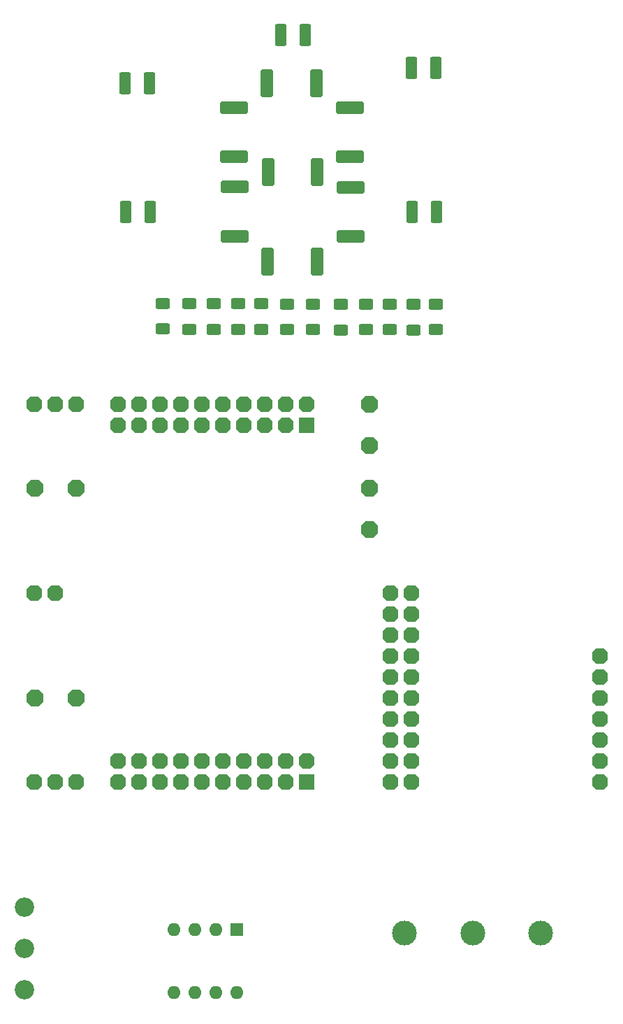
<source format=gbr>
%TF.GenerationSoftware,KiCad,Pcbnew,7.0.10*%
%TF.CreationDate,2025-04-16T23:10:35-06:00*%
%TF.ProjectId,Afinador_pcb,4166696e-6164-46f7-925f-7063622e6b69,rev?*%
%TF.SameCoordinates,Original*%
%TF.FileFunction,Soldermask,Top*%
%TF.FilePolarity,Negative*%
%FSLAX46Y46*%
G04 Gerber Fmt 4.6, Leading zero omitted, Abs format (unit mm)*
G04 Created by KiCad (PCBNEW 7.0.10) date 2025-04-16 23:10:35*
%MOMM*%
%LPD*%
G01*
G04 APERTURE LIST*
G04 Aperture macros list*
%AMRoundRect*
0 Rectangle with rounded corners*
0 $1 Rounding radius*
0 $2 $3 $4 $5 $6 $7 $8 $9 X,Y pos of 4 corners*
0 Add a 4 corners polygon primitive as box body*
4,1,4,$2,$3,$4,$5,$6,$7,$8,$9,$2,$3,0*
0 Add four circle primitives for the rounded corners*
1,1,$1+$1,$2,$3*
1,1,$1+$1,$4,$5*
1,1,$1+$1,$6,$7*
1,1,$1+$1,$8,$9*
0 Add four rect primitives between the rounded corners*
20,1,$1+$1,$2,$3,$4,$5,0*
20,1,$1+$1,$4,$5,$6,$7,0*
20,1,$1+$1,$6,$7,$8,$9,0*
20,1,$1+$1,$8,$9,$2,$3,0*%
%AMFreePoly0*
4,1,25,0.403796,0.945077,0.459315,0.905684,0.905684,0.459315,0.953797,0.382744,0.965200,0.315631,0.965200,-0.315631,0.945077,-0.403796,0.905684,-0.459315,0.459315,-0.905684,0.382744,-0.953797,0.315631,-0.965200,-0.315631,-0.965200,-0.403796,-0.945077,-0.459315,-0.905684,-0.905684,-0.459315,-0.953797,-0.382744,-0.965200,-0.315631,-0.965200,0.315631,-0.945077,0.403796,-0.905684,0.459315,
-0.459315,0.905684,-0.382744,0.953797,-0.315631,0.965200,0.315631,0.965200,0.403796,0.945077,0.403796,0.945077,$1*%
%AMFreePoly1*
4,1,25,0.435359,1.021277,0.490878,0.981884,0.981884,0.490878,1.029997,0.414307,1.041400,0.347194,1.041400,-0.347194,1.021277,-0.435359,0.981884,-0.490878,0.490878,-0.981884,0.414307,-1.029997,0.347194,-1.041400,-0.347194,-1.041400,-0.435359,-1.021277,-0.490878,-0.981884,-0.981884,-0.490878,-1.029997,-0.414307,-1.041400,-0.347194,-1.041400,0.347194,-1.021277,0.435359,-0.981884,0.490878,
-0.490878,0.981884,-0.414307,1.029997,-0.347194,1.041400,0.347194,1.041400,0.435359,1.021277,0.435359,1.021277,$1*%
G04 Aperture macros list end*
%ADD10C,3.000000*%
%ADD11FreePoly0,180.000000*%
%ADD12FreePoly0,270.000000*%
%ADD13RoundRect,0.203200X0.762000X0.762000X-0.762000X0.762000X-0.762000X-0.762000X0.762000X-0.762000X0*%
%ADD14FreePoly1,270.000000*%
%ADD15FreePoly1,180.000000*%
%ADD16FreePoly0,90.000000*%
%ADD17RoundRect,0.250001X-0.462499X-1.074999X0.462499X-1.074999X0.462499X1.074999X-0.462499X1.074999X0*%
%ADD18RoundRect,0.250001X0.462499X1.074999X-0.462499X1.074999X-0.462499X-1.074999X0.462499X-1.074999X0*%
%ADD19C,2.340000*%
%ADD20O,1.600000X1.600000*%
%ADD21R,1.600000X1.600000*%
%ADD22RoundRect,0.249999X1.425001X-0.512501X1.425001X0.512501X-1.425001X0.512501X-1.425001X-0.512501X0*%
%ADD23RoundRect,0.249999X-0.512501X-1.425001X0.512501X-1.425001X0.512501X1.425001X-0.512501X1.425001X0*%
%ADD24RoundRect,0.250000X-0.625000X0.400000X-0.625000X-0.400000X0.625000X-0.400000X0.625000X0.400000X0*%
%ADD25RoundRect,0.249999X-1.425001X0.512501X-1.425001X-0.512501X1.425001X-0.512501X1.425001X0.512501X0*%
%ADD26RoundRect,0.249999X0.512501X1.425001X-0.512501X1.425001X-0.512501X-1.425001X0.512501X-1.425001X0*%
G04 APERTURE END LIST*
D10*
%TO.C,J2*%
X93204800Y-136455600D03*
X109689400Y-136404800D03*
X101485200Y-136430200D03*
%TD*%
D11*
%TO.C,MSP430F5529LP1*%
X81356200Y-72440800D03*
D12*
X48336200Y-118160800D03*
D11*
X78816200Y-72440800D03*
X76276200Y-72440800D03*
X73736200Y-72440800D03*
X71196200Y-72440800D03*
X68656200Y-72440800D03*
X66116200Y-72440800D03*
X63576200Y-72440800D03*
X61036200Y-72440800D03*
X58496200Y-72440800D03*
D12*
X48336200Y-72440800D03*
D13*
X81356200Y-74980800D03*
D11*
X78816200Y-74980800D03*
D13*
X81356200Y-118160800D03*
D11*
X76276200Y-74980800D03*
X73736200Y-74980800D03*
X71196200Y-74980800D03*
X68656200Y-74980800D03*
X66116200Y-74980800D03*
X63576200Y-74980800D03*
X61036200Y-74980800D03*
X58496200Y-74980800D03*
X81356200Y-115620800D03*
X78816200Y-115620800D03*
X76276200Y-115620800D03*
X73736200Y-115620800D03*
X71196200Y-115620800D03*
X68656200Y-115620800D03*
X66116200Y-115620800D03*
X63576200Y-115620800D03*
X61036200Y-115620800D03*
X58496200Y-115620800D03*
X78816200Y-118160800D03*
X76276200Y-118160800D03*
X73736200Y-118160800D03*
D14*
X88976800Y-72439600D03*
D11*
X71196200Y-118160800D03*
X68656200Y-118160800D03*
X66116200Y-118160800D03*
X63576200Y-118160800D03*
X61036200Y-118160800D03*
X58496200Y-118160800D03*
D12*
X53416200Y-72440800D03*
X50876200Y-72440800D03*
X53416200Y-118160800D03*
X50876200Y-118160800D03*
D14*
X88976800Y-77442000D03*
X88976800Y-82599600D03*
D15*
X53417400Y-82601400D03*
X48415000Y-82601400D03*
D14*
X88976800Y-87602000D03*
D12*
X94056200Y-95300800D03*
X91516200Y-95300800D03*
D16*
X50876200Y-95300800D03*
X48336200Y-95300800D03*
X94056200Y-97840800D03*
X91516200Y-97840800D03*
X94056200Y-100380800D03*
X91516200Y-100380800D03*
D12*
X116916200Y-102920800D03*
D16*
X94081600Y-102920800D03*
X91541600Y-102920800D03*
D12*
X116916200Y-105460800D03*
D16*
X94056200Y-105460800D03*
X91516200Y-105460800D03*
D12*
X116916200Y-108000800D03*
D16*
X94056200Y-108000800D03*
X91516200Y-108000800D03*
D15*
X53417400Y-108001400D03*
X48415000Y-108001400D03*
D12*
X116916200Y-110540800D03*
D16*
X94056200Y-110540800D03*
X91516200Y-110540800D03*
D12*
X116916200Y-113080800D03*
D16*
X94056200Y-113080800D03*
X91516200Y-113080800D03*
D12*
X116916200Y-115620800D03*
D16*
X94056200Y-115620800D03*
X91516200Y-115620800D03*
D12*
X116916200Y-118160800D03*
D16*
X94056200Y-118160800D03*
X91516200Y-118160800D03*
%TD*%
D17*
%TO.C,Under1*%
X59396300Y-49098200D03*
X62371300Y-49098200D03*
%TD*%
D18*
%TO.C,Sostenido1*%
X96991500Y-31724600D03*
X94016500Y-31724600D03*
%TD*%
D17*
%TO.C,right1*%
X78243100Y-27736800D03*
X81218100Y-27736800D03*
%TD*%
D18*
%TO.C,Over1*%
X97093100Y-49098200D03*
X94118100Y-49098200D03*
%TD*%
D17*
%TO.C,Bemol1*%
X59309000Y-33578800D03*
X62284000Y-33578800D03*
%TD*%
D19*
%TO.C,RV1*%
X47147400Y-143303000D03*
X47147400Y-138303000D03*
X47147400Y-133303000D03*
%TD*%
D20*
%TO.C,U1*%
X72913400Y-143621600D03*
X70373400Y-143621600D03*
X67833400Y-143621600D03*
X65293400Y-143621600D03*
X65293400Y-136001600D03*
X67833400Y-136001600D03*
X70373400Y-136001600D03*
D21*
X72913400Y-136001600D03*
%TD*%
D22*
%TO.C,F1*%
X72577500Y-36484100D03*
X72577500Y-42459100D03*
%TD*%
D23*
%TO.C,G1*%
X76666900Y-44297600D03*
X82641900Y-44297600D03*
%TD*%
D24*
%TO.C,R6*%
X73075800Y-63322800D03*
X73075800Y-60222800D03*
%TD*%
%TO.C,R3*%
X82143600Y-63373600D03*
X82143600Y-60273600D03*
%TD*%
D25*
%TO.C,B1*%
X86623700Y-42449400D03*
X86623700Y-36474400D03*
%TD*%
D24*
%TO.C,R2*%
X88519000Y-60273600D03*
X88519000Y-63373600D03*
%TD*%
D26*
%TO.C,A1*%
X76539900Y-33528000D03*
X82514900Y-33528000D03*
%TD*%
D24*
%TO.C,R5*%
X75844400Y-63322800D03*
X75844400Y-60222800D03*
%TD*%
D26*
%TO.C,D1*%
X76616100Y-55168800D03*
X82591100Y-55168800D03*
%TD*%
D24*
%TO.C,R9*%
X94335600Y-60299000D03*
X94335600Y-63399000D03*
%TD*%
%TO.C,R12*%
X91389200Y-60273600D03*
X91389200Y-63373600D03*
%TD*%
%TO.C,R8*%
X67132200Y-60248200D03*
X67132200Y-63348200D03*
%TD*%
%TO.C,R1*%
X70053200Y-60222800D03*
X70053200Y-63322800D03*
%TD*%
D25*
%TO.C,E1*%
X72602900Y-46101000D03*
X72602900Y-52076000D03*
%TD*%
D24*
%TO.C,R11*%
X97028000Y-60273600D03*
X97028000Y-63373600D03*
%TD*%
%TO.C,R4*%
X78943200Y-63373600D03*
X78943200Y-60273600D03*
%TD*%
%TO.C,R10*%
X63931800Y-60197400D03*
X63931800Y-63297400D03*
%TD*%
D25*
%TO.C,C1*%
X86699900Y-52126800D03*
X86699900Y-46151800D03*
%TD*%
D24*
%TO.C,R7*%
X85496400Y-63399000D03*
X85496400Y-60299000D03*
%TD*%
M02*

</source>
